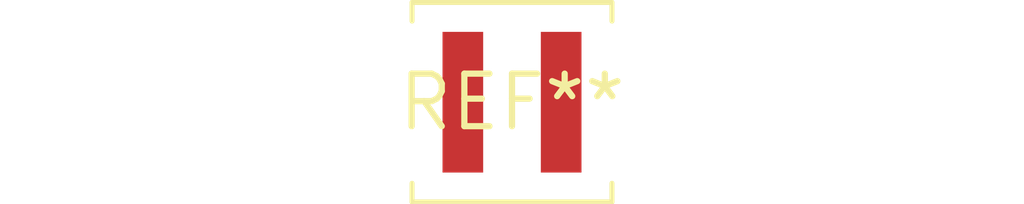
<source format=kicad_pcb>
(kicad_pcb (version 20240108) (generator pcbnew)
  (layers (0 "F.Cu" signal) (31 "B.Cu" signal) (34 "B.Paste" user) (35 "F.Paste" user) (36 "B.SilkS" user "B.Silkscreen") (37 "F.SilkS" user "F.Silkscreen") (38 "B.Mask" user) (39 "F.Mask" user) (44 "Edge.Cuts" user))
  (net 0 "")
  (footprint "L_Coilcraft_XAL4020-XXX" (layer "F.Cu") (at 0 0)
    (property "Reference" "REF**")
    (property "Value" "L_Coilcraft_XAL4020-XXX")
    (fp_line (start -2.41 -2.41) (end -2.41 -1.96) (layer "F.SilkS") (stroke (width 0.12)))
    (fp_line (start -2.41 -2.41) (end 2.41 -2.41) (layer "F.SilkS") (stroke (width 0.12)))
    (fp_line (start -2.41 2.41) (end -2.41 1.96) (layer "F.SilkS") (stroke (width 0.12)))
    (fp_line (start -2.41 2.41) (end 2.41 2.41) (layer "F.SilkS") (stroke (width 0.12)))
    (fp_line (start 2.41 -2.41) (end 2.41 -1.96) (layer "F.SilkS") (stroke (width 0.12)))
    (fp_line (start 2.41 2.41) (end 2.41 1.96) (layer "F.SilkS") (stroke (width 0.12)))
    (pad "1" smd rect (at -1.185 0) (size 0.98 3.4) (layers "F.Cu" "F.Paste" "F.Mask"))
    (pad "2" smd rect (at 1.185 0) (size 0.98 3.4) (layers "F.Cu" "F.Paste" "F.Mask"))
  )
)
</source>
